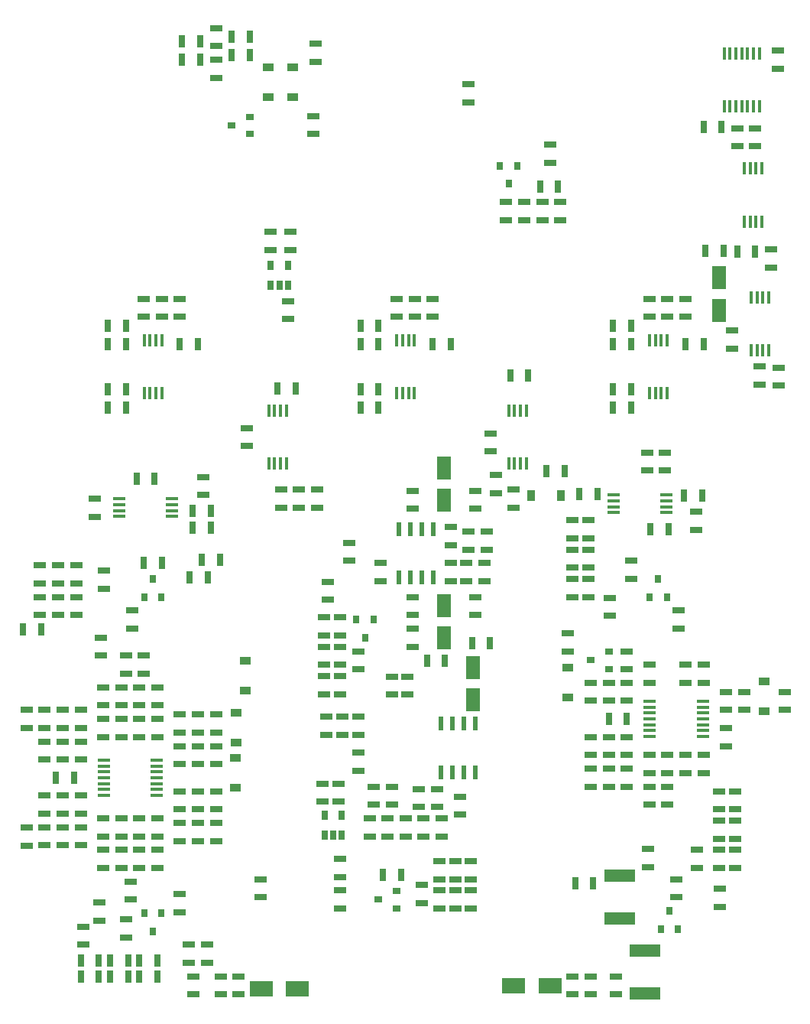
<source format=gbr>
G04 #@! TF.GenerationSoftware,KiCad,Pcbnew,(6.0.0-rc1-dev-1122-gbe0935b)*
G04 #@! TF.CreationDate,2018-11-02T12:34:23-07:00*
G04 #@! TF.ProjectId,50_matter2_comp,35305f6d-6174-4746-9572-325f636f6d70,rev?*
G04 #@! TF.SameCoordinates,Original*
G04 #@! TF.FileFunction,Paste,Bot*
G04 #@! TF.FilePolarity,Positive*
%FSLAX46Y46*%
G04 Gerber Fmt 4.6, Leading zero omitted, Abs format (unit mm)*
G04 Created by KiCad (PCBNEW (6.0.0-rc1-dev-1122-gbe0935b)) date Fri Nov  2 12:34:23 2018*
%MOMM*%
%LPD*%
G01*
G04 APERTURE LIST*
%ADD10R,0.600000X1.550000*%
%ADD11R,0.450000X1.450000*%
%ADD12R,1.400000X0.800000*%
%ADD13R,0.900000X0.800000*%
%ADD14R,0.800000X0.900000*%
%ADD15R,0.800000X1.400000*%
%ADD16R,0.650000X1.060000*%
%ADD17R,1.600000X2.600000*%
%ADD18R,2.500000X1.800000*%
%ADD19R,1.450000X0.450000*%
%ADD20R,3.500000X1.400000*%
%ADD21R,1.200000X0.900000*%
%ADD22R,0.900000X1.200000*%
G04 APERTURE END LIST*
D10*
G04 #@! TO.C,U9*
X153105000Y-107355000D03*
X151835000Y-107355000D03*
X150565000Y-107355000D03*
X149295000Y-107355000D03*
X149295000Y-101955000D03*
X150565000Y-101955000D03*
X151835000Y-101955000D03*
X153105000Y-101955000D03*
G04 #@! TD*
G04 #@! TO.C,U8*
X157755000Y-128900000D03*
X156485000Y-128900000D03*
X155215000Y-128900000D03*
X153945000Y-128900000D03*
X153945000Y-123500000D03*
X155215000Y-123500000D03*
X156485000Y-123500000D03*
X157755000Y-123500000D03*
G04 #@! TD*
D11*
G04 #@! TO.C,U5*
X122975000Y-86950000D03*
X122325000Y-86950000D03*
X121675000Y-86950000D03*
X121025000Y-86950000D03*
X121025000Y-81050000D03*
X121675000Y-81050000D03*
X122325000Y-81050000D03*
X122975000Y-81050000D03*
G04 #@! TD*
D12*
G04 #@! TO.C,C3*
X136950000Y-76750000D03*
X136950000Y-78750000D03*
G04 #@! TD*
G04 #@! TO.C,C4*
X135050000Y-71100000D03*
X135050000Y-69100000D03*
G04 #@! TD*
G04 #@! TO.C,C5*
X137200000Y-71100000D03*
X137200000Y-69100000D03*
G04 #@! TD*
G04 #@! TO.C,C6*
X142750000Y-138500000D03*
X142750000Y-140500000D03*
G04 #@! TD*
G04 #@! TO.C,C7*
X140750000Y-132150000D03*
X140750000Y-130150000D03*
G04 #@! TD*
G04 #@! TO.C,C8*
X142600000Y-132150000D03*
X142600000Y-130150000D03*
G04 #@! TD*
G04 #@! TO.C,C9*
X110000000Y-131500000D03*
X110000000Y-133500000D03*
G04 #@! TD*
G04 #@! TO.C,C10*
X116500000Y-134000000D03*
X116500000Y-136000000D03*
G04 #@! TD*
G04 #@! TO.C,C11*
X112000000Y-135000000D03*
X112000000Y-137000000D03*
G04 #@! TD*
G04 #@! TO.C,C12*
X118500000Y-136000000D03*
X118500000Y-134000000D03*
G04 #@! TD*
G04 #@! TO.C,C13*
X110000000Y-127500000D03*
X110000000Y-125500000D03*
G04 #@! TD*
G04 #@! TO.C,C14*
X116500000Y-125000000D03*
X116500000Y-123000000D03*
G04 #@! TD*
G04 #@! TO.C,C15*
X118500000Y-121500000D03*
X118500000Y-119500000D03*
G04 #@! TD*
G04 #@! TO.C,C16*
X118500000Y-123000000D03*
X118500000Y-125000000D03*
G04 #@! TD*
G04 #@! TO.C,C17*
X129000000Y-128000000D03*
X129000000Y-126000000D03*
G04 #@! TD*
G04 #@! TO.C,C20*
X119000000Y-116000000D03*
X119000000Y-118000000D03*
G04 #@! TD*
G04 #@! TO.C,C21*
X120500000Y-123000000D03*
X120500000Y-125000000D03*
G04 #@! TD*
G04 #@! TO.C,C27*
X177000000Y-127000000D03*
X177000000Y-129000000D03*
G04 #@! TD*
G04 #@! TO.C,C28*
X177000000Y-130500000D03*
X177000000Y-132500000D03*
G04 #@! TD*
G04 #@! TO.C,C29*
X179000000Y-129000000D03*
X179000000Y-127000000D03*
G04 #@! TD*
G04 #@! TO.C,C30*
X172500000Y-119000000D03*
X172500000Y-121000000D03*
G04 #@! TD*
G04 #@! TO.C,C31*
X187500000Y-122000000D03*
X187500000Y-120000000D03*
G04 #@! TD*
G04 #@! TO.C,C32*
X192000000Y-122000000D03*
X192000000Y-120000000D03*
G04 #@! TD*
D13*
G04 #@! TO.C,Q1*
X170500000Y-116500000D03*
X172500000Y-115550000D03*
X172500000Y-117450000D03*
G04 #@! TD*
D12*
G04 #@! TO.C,R3*
X131500000Y-151500000D03*
X131500000Y-153500000D03*
G04 #@! TD*
G04 #@! TO.C,R4*
X168500000Y-151500000D03*
X168500000Y-153500000D03*
G04 #@! TD*
G04 #@! TO.C,R5*
X168000000Y-113500000D03*
X168000000Y-115500000D03*
G04 #@! TD*
G04 #@! TO.C,R6*
X112000000Y-131500000D03*
X112000000Y-133500000D03*
G04 #@! TD*
G04 #@! TO.C,R7*
X114000000Y-133500000D03*
X114000000Y-131500000D03*
G04 #@! TD*
G04 #@! TO.C,R8*
X114000000Y-137000000D03*
X114000000Y-135000000D03*
G04 #@! TD*
G04 #@! TO.C,R9*
X116500000Y-139500000D03*
X116500000Y-137500000D03*
G04 #@! TD*
G04 #@! TO.C,R10*
X110000000Y-137000000D03*
X110000000Y-135000000D03*
G04 #@! TD*
G04 #@! TO.C,R11*
X118500000Y-139500000D03*
X118500000Y-137500000D03*
G04 #@! TD*
G04 #@! TO.C,R12*
X112000000Y-125500000D03*
X112000000Y-127500000D03*
G04 #@! TD*
G04 #@! TO.C,R13*
X114000000Y-125500000D03*
X114000000Y-127500000D03*
G04 #@! TD*
G04 #@! TO.C,R14*
X112000000Y-124000000D03*
X112000000Y-122000000D03*
G04 #@! TD*
G04 #@! TO.C,R15*
X114000000Y-124000000D03*
X114000000Y-122000000D03*
G04 #@! TD*
G04 #@! TO.C,R16*
X116500000Y-119500000D03*
X116500000Y-121500000D03*
G04 #@! TD*
G04 #@! TO.C,R17*
X110000000Y-124000000D03*
X110000000Y-122000000D03*
G04 #@! TD*
G04 #@! TO.C,R18*
X127000000Y-126000000D03*
X127000000Y-128000000D03*
G04 #@! TD*
G04 #@! TO.C,R19*
X127000000Y-124500000D03*
X127000000Y-122500000D03*
G04 #@! TD*
G04 #@! TO.C,R20*
X125000000Y-126000000D03*
X125000000Y-128000000D03*
G04 #@! TD*
G04 #@! TO.C,R21*
X120500000Y-121500000D03*
X120500000Y-119500000D03*
G04 #@! TD*
G04 #@! TO.C,R22*
X122500000Y-121500000D03*
X122500000Y-119500000D03*
G04 #@! TD*
G04 #@! TO.C,R23*
X125000000Y-124500000D03*
X125000000Y-122500000D03*
G04 #@! TD*
G04 #@! TO.C,R24*
X121000000Y-118000000D03*
X121000000Y-116000000D03*
G04 #@! TD*
G04 #@! TO.C,R25*
X127000000Y-133000000D03*
X127000000Y-131000000D03*
G04 #@! TD*
G04 #@! TO.C,R26*
X125000000Y-133000000D03*
X125000000Y-131000000D03*
G04 #@! TD*
G04 #@! TO.C,R27*
X129000000Y-136500000D03*
X129000000Y-134500000D03*
G04 #@! TD*
G04 #@! TO.C,R28*
X127000000Y-136500000D03*
X127000000Y-134500000D03*
G04 #@! TD*
G04 #@! TO.C,R29*
X120500000Y-139500000D03*
X120500000Y-137500000D03*
G04 #@! TD*
G04 #@! TO.C,R30*
X125000000Y-136500000D03*
X125000000Y-134500000D03*
G04 #@! TD*
G04 #@! TO.C,R31*
X172500000Y-127000000D03*
X172500000Y-125000000D03*
G04 #@! TD*
G04 #@! TO.C,R32*
X174500000Y-127000000D03*
X174500000Y-125000000D03*
G04 #@! TD*
G04 #@! TO.C,R33*
X172500000Y-128500000D03*
X172500000Y-130500000D03*
G04 #@! TD*
G04 #@! TO.C,R34*
X170500000Y-128500000D03*
X170500000Y-130500000D03*
G04 #@! TD*
G04 #@! TO.C,R35*
X179000000Y-132500000D03*
X179000000Y-130500000D03*
G04 #@! TD*
G04 #@! TO.C,R36*
X174500000Y-130500000D03*
X174500000Y-128500000D03*
G04 #@! TD*
G04 #@! TO.C,R37*
X170500000Y-119000000D03*
X170500000Y-121000000D03*
G04 #@! TD*
G04 #@! TO.C,R43*
X181000000Y-117000000D03*
X181000000Y-119000000D03*
G04 #@! TD*
G04 #@! TO.C,R44*
X185500000Y-126000000D03*
X185500000Y-124000000D03*
G04 #@! TD*
G04 #@! TO.C,R45*
X129500000Y-151500000D03*
X129500000Y-153500000D03*
G04 #@! TD*
G04 #@! TO.C,R52*
X125000000Y-76500000D03*
X125000000Y-78500000D03*
G04 #@! TD*
D14*
G04 #@! TO.C,Q4*
X122000000Y-146500000D03*
X121050000Y-144500000D03*
X122950000Y-144500000D03*
G04 #@! TD*
G04 #@! TO.C,Q5*
X122000000Y-107500000D03*
X122950000Y-109500000D03*
X121050000Y-109500000D03*
G04 #@! TD*
D15*
G04 #@! TO.C,R64*
X116000000Y-149750000D03*
X114000000Y-149750000D03*
G04 #@! TD*
G04 #@! TO.C,R65*
X119250000Y-149750000D03*
X117250000Y-149750000D03*
G04 #@! TD*
G04 #@! TO.C,R66*
X122500000Y-149750000D03*
X120500000Y-149750000D03*
G04 #@! TD*
G04 #@! TO.C,R67*
X120500000Y-151500000D03*
X122500000Y-151500000D03*
G04 #@! TD*
G04 #@! TO.C,R68*
X117250000Y-151500000D03*
X119250000Y-151500000D03*
G04 #@! TD*
G04 #@! TO.C,R69*
X114000000Y-151500000D03*
X116000000Y-151500000D03*
G04 #@! TD*
D12*
G04 #@! TO.C,R71*
X119500000Y-141000000D03*
X119500000Y-143000000D03*
G04 #@! TD*
G04 #@! TO.C,R72*
X109500000Y-108000000D03*
X109500000Y-106000000D03*
G04 #@! TD*
G04 #@! TO.C,R73*
X111500000Y-106000000D03*
X111500000Y-108000000D03*
G04 #@! TD*
G04 #@! TO.C,R74*
X113500000Y-108000000D03*
X113500000Y-106000000D03*
G04 #@! TD*
G04 #@! TO.C,R75*
X113500000Y-111500000D03*
X113500000Y-109500000D03*
G04 #@! TD*
G04 #@! TO.C,R76*
X111500000Y-109500000D03*
X111500000Y-111500000D03*
G04 #@! TD*
D15*
G04 #@! TO.C,R78*
X121000000Y-105750000D03*
X123000000Y-105750000D03*
G04 #@! TD*
D12*
G04 #@! TO.C,R79*
X119750000Y-113000000D03*
X119750000Y-111000000D03*
G04 #@! TD*
D15*
G04 #@! TO.C,R80*
X119000000Y-88500000D03*
X117000000Y-88500000D03*
G04 #@! TD*
G04 #@! TO.C,R82*
X119000000Y-79500000D03*
X117000000Y-79500000D03*
G04 #@! TD*
D12*
G04 #@! TO.C,R83*
X121000000Y-78500000D03*
X121000000Y-76500000D03*
G04 #@! TD*
G04 #@! TO.C,R91*
X153000000Y-76500000D03*
X153000000Y-78500000D03*
G04 #@! TD*
G04 #@! TO.C,R103*
X157250000Y-140750000D03*
X157250000Y-138750000D03*
G04 #@! TD*
G04 #@! TO.C,R105*
X153750000Y-140750000D03*
X153750000Y-138750000D03*
G04 #@! TD*
G04 #@! TO.C,R106*
X153750000Y-144000000D03*
X153750000Y-142000000D03*
G04 #@! TD*
G04 #@! TO.C,R108*
X157250000Y-144000000D03*
X157250000Y-142000000D03*
G04 #@! TD*
G04 #@! TO.C,R109*
X142750000Y-144000000D03*
X142750000Y-142000000D03*
G04 #@! TD*
D15*
G04 #@! TO.C,R110*
X149500000Y-140250000D03*
X147500000Y-140250000D03*
G04 #@! TD*
D12*
G04 #@! TO.C,R111*
X141000000Y-118250000D03*
X141000000Y-120250000D03*
G04 #@! TD*
G04 #@! TO.C,R112*
X141000000Y-115000000D03*
X141000000Y-117000000D03*
G04 #@! TD*
G04 #@! TO.C,R38*
X174500000Y-121000000D03*
X174500000Y-119000000D03*
G04 #@! TD*
G04 #@! TO.C,R39*
X174500000Y-117500000D03*
X174500000Y-115500000D03*
G04 #@! TD*
G04 #@! TO.C,C33*
X183000000Y-129000000D03*
X183000000Y-127000000D03*
G04 #@! TD*
G04 #@! TO.C,C34*
X181000000Y-129000000D03*
X181000000Y-127000000D03*
G04 #@! TD*
G04 #@! TO.C,C35*
X126500000Y-151500000D03*
X126500000Y-153500000D03*
G04 #@! TD*
D15*
G04 #@! TO.C,C36*
X125000000Y-81500000D03*
X127000000Y-81500000D03*
G04 #@! TD*
G04 #@! TO.C,C37*
X119000000Y-86500000D03*
X117000000Y-86500000D03*
G04 #@! TD*
G04 #@! TO.C,C38*
X119000000Y-81500000D03*
X117000000Y-81500000D03*
G04 #@! TD*
G04 #@! TO.C,C39*
X153000000Y-81500000D03*
X155000000Y-81500000D03*
G04 #@! TD*
G04 #@! TO.C,C40*
X147000000Y-86500000D03*
X145000000Y-86500000D03*
G04 #@! TD*
G04 #@! TO.C,C41*
X147000000Y-81500000D03*
X145000000Y-81500000D03*
G04 #@! TD*
G04 #@! TO.C,C42*
X181000000Y-81500000D03*
X183000000Y-81500000D03*
G04 #@! TD*
G04 #@! TO.C,C43*
X175000000Y-86500000D03*
X173000000Y-86500000D03*
G04 #@! TD*
G04 #@! TO.C,C44*
X175000000Y-81500000D03*
X173000000Y-81500000D03*
G04 #@! TD*
D12*
G04 #@! TO.C,C45*
X148500000Y-130500000D03*
X148500000Y-132500000D03*
G04 #@! TD*
G04 #@! TO.C,C46*
X146500000Y-130500000D03*
X146500000Y-132500000D03*
G04 #@! TD*
G04 #@! TO.C,R114*
X142750000Y-113750000D03*
X142750000Y-111750000D03*
G04 #@! TD*
G04 #@! TO.C,R115*
X142750000Y-117000000D03*
X142750000Y-115000000D03*
G04 #@! TD*
G04 #@! TO.C,R117*
X143750000Y-105500000D03*
X143750000Y-103500000D03*
G04 #@! TD*
G04 #@! TO.C,R118*
X144750000Y-115500000D03*
X144750000Y-117500000D03*
G04 #@! TD*
D15*
G04 #@! TO.C,R119*
X147000000Y-88500000D03*
X145000000Y-88500000D03*
G04 #@! TD*
G04 #@! TO.C,R121*
X147000000Y-79500000D03*
X145000000Y-79500000D03*
G04 #@! TD*
D12*
G04 #@! TO.C,C22*
X129000000Y-133000000D03*
X129000000Y-131000000D03*
G04 #@! TD*
G04 #@! TO.C,C23*
X120500000Y-134000000D03*
X120500000Y-136000000D03*
G04 #@! TD*
G04 #@! TO.C,C24*
X122500000Y-139500000D03*
X122500000Y-137500000D03*
G04 #@! TD*
G04 #@! TO.C,C25*
X122500000Y-136000000D03*
X122500000Y-134000000D03*
G04 #@! TD*
G04 #@! TO.C,C26*
X170500000Y-125000000D03*
X170500000Y-127000000D03*
G04 #@! TD*
G04 #@! TO.C,R40*
X177000000Y-119000000D03*
X177000000Y-117000000D03*
G04 #@! TD*
G04 #@! TO.C,R41*
X185500000Y-122000000D03*
X185500000Y-120000000D03*
G04 #@! TD*
G04 #@! TO.C,R42*
X183000000Y-119000000D03*
X183000000Y-117000000D03*
G04 #@! TD*
G04 #@! TO.C,R77*
X109500000Y-111500000D03*
X109500000Y-109500000D03*
G04 #@! TD*
G04 #@! TO.C,R104*
X155500000Y-138750000D03*
X155500000Y-140750000D03*
G04 #@! TD*
G04 #@! TO.C,R113*
X141000000Y-111750000D03*
X141000000Y-113750000D03*
G04 #@! TD*
D16*
G04 #@! TO.C,U2*
X142950000Y-135850000D03*
X142000000Y-135850000D03*
X141050000Y-135850000D03*
X141050000Y-133650000D03*
X142950000Y-133650000D03*
G04 #@! TD*
D12*
G04 #@! TO.C,C47*
X144750000Y-128750000D03*
X144750000Y-126750000D03*
G04 #@! TD*
G04 #@! TO.C,C48*
X151500000Y-132750000D03*
X151500000Y-130750000D03*
G04 #@! TD*
D17*
G04 #@! TO.C,C49*
X157500000Y-120900000D03*
X157500000Y-117300000D03*
G04 #@! TD*
D12*
G04 #@! TO.C,C50*
X144750000Y-122750000D03*
X144750000Y-124750000D03*
G04 #@! TD*
D17*
G04 #@! TO.C,C51*
X154250000Y-114050000D03*
X154250000Y-110450000D03*
G04 #@! TD*
D12*
G04 #@! TO.C,C52*
X155000000Y-103750000D03*
X155000000Y-101750000D03*
G04 #@! TD*
G04 #@! TO.C,C53*
X147250000Y-105750000D03*
X147250000Y-107750000D03*
G04 #@! TD*
D17*
G04 #@! TO.C,C54*
X154250000Y-98800000D03*
X154250000Y-95200000D03*
G04 #@! TD*
D12*
G04 #@! TO.C,C55*
X126000000Y-148000000D03*
X126000000Y-150000000D03*
G04 #@! TD*
G04 #@! TO.C,C56*
X173300000Y-151500000D03*
X173300000Y-153500000D03*
G04 #@! TD*
D13*
G04 #@! TO.C,Q8*
X147000000Y-143000000D03*
X149000000Y-142050000D03*
X149000000Y-143950000D03*
G04 #@! TD*
D14*
G04 #@! TO.C,Q9*
X145500000Y-114000000D03*
X144550000Y-112000000D03*
X146450000Y-112000000D03*
G04 #@! TD*
G04 #@! TO.C,Q12*
X179250000Y-144250000D03*
X180200000Y-146250000D03*
X178300000Y-146250000D03*
G04 #@! TD*
G04 #@! TO.C,Q13*
X178000000Y-107500000D03*
X178950000Y-109500000D03*
X177050000Y-109500000D03*
G04 #@! TD*
D12*
G04 #@! TO.C,R122*
X149000000Y-78500000D03*
X149000000Y-76500000D03*
G04 #@! TD*
G04 #@! TO.C,R123*
X151000000Y-78500000D03*
X151000000Y-76500000D03*
G04 #@! TD*
G04 #@! TO.C,R130*
X181000000Y-76500000D03*
X181000000Y-78500000D03*
G04 #@! TD*
G04 #@! TO.C,R139*
X176750000Y-95500000D03*
X176750000Y-93500000D03*
G04 #@! TD*
G04 #@! TO.C,R142*
X184750000Y-133000000D03*
X184750000Y-131000000D03*
G04 #@! TD*
G04 #@! TO.C,R143*
X184750000Y-136250000D03*
X184750000Y-134250000D03*
G04 #@! TD*
G04 #@! TO.C,R144*
X184750000Y-139500000D03*
X184750000Y-137500000D03*
G04 #@! TD*
G04 #@! TO.C,R145*
X186500000Y-137500000D03*
X186500000Y-139500000D03*
G04 #@! TD*
G04 #@! TO.C,R146*
X186500000Y-134250000D03*
X186500000Y-136250000D03*
G04 #@! TD*
G04 #@! TO.C,R147*
X186500000Y-131000000D03*
X186500000Y-133000000D03*
G04 #@! TD*
G04 #@! TO.C,R148*
X182250000Y-139500000D03*
X182250000Y-137500000D03*
G04 #@! TD*
G04 #@! TO.C,R149*
X180000000Y-140750000D03*
X180000000Y-142750000D03*
G04 #@! TD*
G04 #@! TO.C,R150*
X170250000Y-103000000D03*
X170250000Y-101000000D03*
G04 #@! TD*
G04 #@! TO.C,R151*
X170250000Y-106250000D03*
X170250000Y-104250000D03*
G04 #@! TD*
G04 #@! TO.C,R152*
X170250000Y-109500000D03*
X170250000Y-107500000D03*
G04 #@! TD*
G04 #@! TO.C,R153*
X168500000Y-107500000D03*
X168500000Y-109500000D03*
G04 #@! TD*
G04 #@! TO.C,R154*
X168500000Y-104250000D03*
X168500000Y-106250000D03*
G04 #@! TD*
G04 #@! TO.C,R155*
X168500000Y-101000000D03*
X168500000Y-103000000D03*
G04 #@! TD*
G04 #@! TO.C,R156*
X175000000Y-107500000D03*
X175000000Y-105500000D03*
G04 #@! TD*
G04 #@! TO.C,R157*
X180250000Y-111000000D03*
X180250000Y-113000000D03*
G04 #@! TD*
D15*
G04 #@! TO.C,R158*
X175000000Y-88500000D03*
X173000000Y-88500000D03*
G04 #@! TD*
D12*
G04 #@! TO.C,R159*
X178750000Y-93500000D03*
X178750000Y-95500000D03*
G04 #@! TD*
D15*
G04 #@! TO.C,R160*
X175000000Y-79500000D03*
X173000000Y-79500000D03*
G04 #@! TD*
D12*
G04 #@! TO.C,R161*
X177000000Y-78500000D03*
X177000000Y-76500000D03*
G04 #@! TD*
G04 #@! TO.C,R162*
X179000000Y-76500000D03*
X179000000Y-78500000D03*
G04 #@! TD*
G04 #@! TO.C,R163*
X158750000Y-107750000D03*
X158750000Y-105750000D03*
G04 #@! TD*
G04 #@! TO.C,R164*
X108000000Y-122000000D03*
X108000000Y-124000000D03*
G04 #@! TD*
G04 #@! TO.C,R165*
X146000000Y-136000000D03*
X146000000Y-134000000D03*
G04 #@! TD*
G04 #@! TO.C,R166*
X148000000Y-136000000D03*
X148000000Y-134000000D03*
G04 #@! TD*
G04 #@! TO.C,R167*
X150000000Y-136000000D03*
X150000000Y-134000000D03*
G04 #@! TD*
G04 #@! TO.C,R168*
X152000000Y-136000000D03*
X152000000Y-134000000D03*
G04 #@! TD*
G04 #@! TO.C,R169*
X154000000Y-136000000D03*
X154000000Y-134000000D03*
G04 #@! TD*
G04 #@! TO.C,R170*
X153500000Y-132750000D03*
X153500000Y-130750000D03*
G04 #@! TD*
G04 #@! TO.C,R171*
X156050000Y-133600000D03*
X156050000Y-131600000D03*
G04 #@! TD*
D15*
G04 #@! TO.C,R172*
X154350000Y-116600000D03*
X152350000Y-116600000D03*
G04 #@! TD*
D12*
G04 #@! TO.C,R173*
X141250000Y-124750000D03*
X141250000Y-122750000D03*
G04 #@! TD*
G04 #@! TO.C,R174*
X143000000Y-122750000D03*
X143000000Y-124750000D03*
G04 #@! TD*
D15*
G04 #@! TO.C,R175*
X157350000Y-114650000D03*
X159350000Y-114650000D03*
G04 #@! TD*
D12*
G04 #@! TO.C,R176*
X150200000Y-120300000D03*
X150200000Y-118300000D03*
G04 #@! TD*
G04 #@! TO.C,R177*
X148500000Y-118300000D03*
X148500000Y-120300000D03*
G04 #@! TD*
G04 #@! TO.C,R178*
X150750000Y-115000000D03*
X150750000Y-113000000D03*
G04 #@! TD*
G04 #@! TO.C,R179*
X150750000Y-111500000D03*
X150750000Y-109500000D03*
G04 #@! TD*
G04 #@! TO.C,R180*
X157750000Y-111500000D03*
X157750000Y-109500000D03*
G04 #@! TD*
G04 #@! TO.C,R181*
X155000000Y-107750000D03*
X155000000Y-105750000D03*
G04 #@! TD*
G04 #@! TO.C,R182*
X156750000Y-105750000D03*
X156750000Y-107750000D03*
G04 #@! TD*
G04 #@! TO.C,R183*
X157000000Y-102250000D03*
X157000000Y-104250000D03*
G04 #@! TD*
G04 #@! TO.C,R184*
X159000000Y-104250000D03*
X159000000Y-102250000D03*
G04 #@! TD*
G04 #@! TO.C,R185*
X150750000Y-97750000D03*
X150750000Y-99750000D03*
G04 #@! TD*
G04 #@! TO.C,R186*
X157750000Y-99750000D03*
X157750000Y-97750000D03*
G04 #@! TD*
G04 #@! TO.C,R187*
X128000000Y-150000000D03*
X128000000Y-148000000D03*
G04 #@! TD*
G04 #@! TO.C,R188*
X170500000Y-151500000D03*
X170500000Y-153500000D03*
G04 #@! TD*
G04 #@! TO.C,R195*
X157000000Y-54750000D03*
X157000000Y-52750000D03*
G04 #@! TD*
G04 #@! TO.C,C18*
X129000000Y-122500000D03*
X129000000Y-124500000D03*
G04 #@! TD*
G04 #@! TO.C,C19*
X122500000Y-125000000D03*
X122500000Y-123000000D03*
G04 #@! TD*
D18*
G04 #@! TO.C,D1*
X134000000Y-152900000D03*
X138000000Y-152900000D03*
G04 #@! TD*
G04 #@! TO.C,D2*
X162000000Y-152500000D03*
X166000000Y-152500000D03*
G04 #@! TD*
D12*
G04 #@! TO.C,R70*
X114250000Y-148000000D03*
X114250000Y-146000000D03*
G04 #@! TD*
G04 #@! TO.C,R84*
X123000000Y-78500000D03*
X123000000Y-76500000D03*
G04 #@! TD*
G04 #@! TO.C,R107*
X155500000Y-142000000D03*
X155500000Y-144000000D03*
G04 #@! TD*
G04 #@! TO.C,R116*
X142750000Y-120250000D03*
X142750000Y-118250000D03*
G04 #@! TD*
D16*
G04 #@! TO.C,U1*
X136975000Y-75025000D03*
X136025000Y-75025000D03*
X135075000Y-75025000D03*
X135075000Y-72825000D03*
X136975000Y-72825000D03*
G04 #@! TD*
D11*
G04 #@! TO.C,U6*
X150975000Y-86950000D03*
X150325000Y-86950000D03*
X149675000Y-86950000D03*
X149025000Y-86950000D03*
X149025000Y-81050000D03*
X149675000Y-81050000D03*
X150325000Y-81050000D03*
X150975000Y-81050000D03*
G04 #@! TD*
G04 #@! TO.C,U7*
X178975000Y-86950000D03*
X178325000Y-86950000D03*
X177675000Y-86950000D03*
X177025000Y-86950000D03*
X177025000Y-81050000D03*
X177675000Y-81050000D03*
X178325000Y-81050000D03*
X178975000Y-81050000D03*
G04 #@! TD*
D19*
G04 #@! TO.C,U3*
X116550000Y-131450000D03*
X116550000Y-130800000D03*
X116550000Y-130150000D03*
X116550000Y-129500000D03*
X116550000Y-128850000D03*
X116550000Y-128200000D03*
X116550000Y-127550000D03*
X122450000Y-127550000D03*
X122450000Y-128200000D03*
X122450000Y-128850000D03*
X122450000Y-129500000D03*
X122450000Y-130150000D03*
X122450000Y-130800000D03*
X122450000Y-131450000D03*
G04 #@! TD*
G04 #@! TO.C,U4*
X177050000Y-124950000D03*
X177050000Y-124300000D03*
X177050000Y-123650000D03*
X177050000Y-123000000D03*
X177050000Y-122350000D03*
X177050000Y-121700000D03*
X177050000Y-121050000D03*
X182950000Y-121050000D03*
X182950000Y-121700000D03*
X182950000Y-122350000D03*
X182950000Y-123000000D03*
X182950000Y-123650000D03*
X182950000Y-124300000D03*
X182950000Y-124950000D03*
G04 #@! TD*
D15*
G04 #@! TO.C,C57*
X113250000Y-129500000D03*
X111250000Y-129500000D03*
G04 #@! TD*
G04 #@! TO.C,C58*
X174500000Y-123000000D03*
X172500000Y-123000000D03*
G04 #@! TD*
G04 #@! TO.C,C59*
X185000000Y-57500000D03*
X183000000Y-57500000D03*
G04 #@! TD*
D12*
G04 #@! TO.C,C60*
X191250000Y-49000000D03*
X191250000Y-51000000D03*
G04 #@! TD*
D20*
G04 #@! TO.C,F1*
X173750000Y-145125000D03*
X173750000Y-140375000D03*
G04 #@! TD*
G04 #@! TO.C,F2*
X176500000Y-153375000D03*
X176500000Y-148625000D03*
G04 #@! TD*
D15*
G04 #@! TO.C,R207*
X188750000Y-71250000D03*
X186750000Y-71250000D03*
G04 #@! TD*
D11*
G04 #@! TO.C,U10*
X185300000Y-49300000D03*
X185950000Y-49300000D03*
X186600000Y-49300000D03*
X187250000Y-49300000D03*
X187900000Y-49300000D03*
X188550000Y-49300000D03*
X189200000Y-49300000D03*
X189200000Y-55200000D03*
X188550000Y-55200000D03*
X187900000Y-55200000D03*
X187250000Y-55200000D03*
X186600000Y-55200000D03*
X185950000Y-55200000D03*
X185300000Y-55200000D03*
G04 #@! TD*
G04 #@! TO.C,U11*
X189475000Y-67950000D03*
X188825000Y-67950000D03*
X188175000Y-67950000D03*
X187525000Y-67950000D03*
X187525000Y-62050000D03*
X188175000Y-62050000D03*
X188825000Y-62050000D03*
X189475000Y-62050000D03*
G04 #@! TD*
D15*
G04 #@! TO.C,C64*
X179125000Y-102000000D03*
X177125000Y-102000000D03*
G04 #@! TD*
G04 #@! TO.C,C65*
X171275000Y-98100000D03*
X169275000Y-98100000D03*
G04 #@! TD*
D13*
G04 #@! TO.C,Q18*
X130750000Y-57300000D03*
X132750000Y-56350000D03*
X132750000Y-58250000D03*
G04 #@! TD*
D14*
G04 #@! TO.C,Q19*
X161425000Y-63750000D03*
X160475000Y-61750000D03*
X162375000Y-61750000D03*
G04 #@! TD*
D15*
G04 #@! TO.C,R208*
X127250000Y-50000000D03*
X125250000Y-50000000D03*
G04 #@! TD*
D12*
G04 #@! TO.C,R209*
X129000000Y-50000000D03*
X129000000Y-52000000D03*
G04 #@! TD*
D15*
G04 #@! TO.C,R210*
X132750000Y-49500000D03*
X130750000Y-49500000D03*
G04 #@! TD*
G04 #@! TO.C,R211*
X130750000Y-47500000D03*
X132750000Y-47500000D03*
G04 #@! TD*
D12*
G04 #@! TO.C,R212*
X129000000Y-46500000D03*
X129000000Y-48500000D03*
G04 #@! TD*
D15*
G04 #@! TO.C,R213*
X125250000Y-48000000D03*
X127250000Y-48000000D03*
G04 #@! TD*
D12*
G04 #@! TO.C,R214*
X140000000Y-50250000D03*
X140000000Y-48250000D03*
G04 #@! TD*
G04 #@! TO.C,R215*
X139750000Y-58250000D03*
X139750000Y-56250000D03*
G04 #@! TD*
D15*
G04 #@! TO.C,R223*
X180850000Y-98257456D03*
X182850000Y-98257456D03*
G04 #@! TD*
D12*
G04 #@! TO.C,R226*
X166050000Y-61450000D03*
X166050000Y-59450000D03*
G04 #@! TD*
D19*
G04 #@! TO.C,U13*
X173025000Y-100150000D03*
X173025000Y-99500000D03*
X173025000Y-98850000D03*
X173025000Y-98200000D03*
X178925000Y-98200000D03*
X178925000Y-98850000D03*
X178925000Y-99500000D03*
X178925000Y-100150000D03*
G04 #@! TD*
D12*
G04 #@! TO.C,C66*
X165150000Y-65800000D03*
X165150000Y-67800000D03*
G04 #@! TD*
G04 #@! TO.C,R224*
X163150000Y-65800000D03*
X163150000Y-67800000D03*
G04 #@! TD*
G04 #@! TO.C,R225*
X167125000Y-67800000D03*
X167125000Y-65800000D03*
G04 #@! TD*
G04 #@! TO.C,R227*
X161125000Y-65775000D03*
X161125000Y-67775000D03*
G04 #@! TD*
G04 #@! TO.C,R228*
X186800000Y-59600000D03*
X186800000Y-57600000D03*
G04 #@! TD*
G04 #@! TO.C,R229*
X188750000Y-57600000D03*
X188750000Y-59600000D03*
G04 #@! TD*
D15*
G04 #@! TO.C,C62*
X183200000Y-71200000D03*
X185200000Y-71200000D03*
G04 #@! TD*
D12*
G04 #@! TO.C,C63*
X186200000Y-82000000D03*
X186200000Y-80000000D03*
G04 #@! TD*
D15*
G04 #@! TO.C,R1*
X126400000Y-100000000D03*
X128400000Y-100000000D03*
G04 #@! TD*
G04 #@! TO.C,R2*
X128400000Y-101800000D03*
X126400000Y-101800000D03*
G04 #@! TD*
D12*
G04 #@! TO.C,R216*
X127600000Y-96200000D03*
X127600000Y-98200000D03*
G04 #@! TD*
D15*
G04 #@! TO.C,R217*
X122200000Y-96400000D03*
X120200000Y-96400000D03*
G04 #@! TD*
D12*
G04 #@! TO.C,R218*
X115600000Y-98600000D03*
X115600000Y-100600000D03*
G04 #@! TD*
G04 #@! TO.C,R219*
X140200000Y-99600000D03*
X140200000Y-97600000D03*
G04 #@! TD*
G04 #@! TO.C,R220*
X136200000Y-99600000D03*
X136200000Y-97600000D03*
G04 #@! TD*
G04 #@! TO.C,R221*
X138200000Y-97600000D03*
X138200000Y-99600000D03*
G04 #@! TD*
G04 #@! TO.C,R222*
X132400000Y-92800000D03*
X132400000Y-90800000D03*
G04 #@! TD*
D15*
G04 #@! TO.C,R231*
X137800000Y-86400000D03*
X135800000Y-86400000D03*
G04 #@! TD*
G04 #@! TO.C,R232*
X167600000Y-95600000D03*
X165600000Y-95600000D03*
G04 #@! TD*
D12*
G04 #@! TO.C,R233*
X162000000Y-97600000D03*
X162000000Y-99600000D03*
G04 #@! TD*
G04 #@! TO.C,R234*
X160000000Y-98000000D03*
X160000000Y-96000000D03*
G04 #@! TD*
G04 #@! TO.C,R235*
X159400000Y-91400000D03*
X159400000Y-93400000D03*
G04 #@! TD*
D15*
G04 #@! TO.C,R236*
X161600000Y-85000000D03*
X163600000Y-85000000D03*
G04 #@! TD*
D12*
G04 #@! TO.C,R237*
X189250000Y-86000000D03*
X189250000Y-84000000D03*
G04 #@! TD*
G04 #@! TO.C,R238*
X190500000Y-71000000D03*
X190500000Y-73000000D03*
G04 #@! TD*
D19*
G04 #@! TO.C,U12*
X124150000Y-98625000D03*
X124150000Y-99275000D03*
X124150000Y-99925000D03*
X124150000Y-100575000D03*
X118250000Y-100575000D03*
X118250000Y-99925000D03*
X118250000Y-99275000D03*
X118250000Y-98625000D03*
G04 #@! TD*
D11*
G04 #@! TO.C,U14*
X136775000Y-88850000D03*
X136125000Y-88850000D03*
X135475000Y-88850000D03*
X134825000Y-88850000D03*
X134825000Y-94750000D03*
X135475000Y-94750000D03*
X136125000Y-94750000D03*
X136775000Y-94750000D03*
G04 #@! TD*
G04 #@! TO.C,U15*
X163375000Y-88850000D03*
X162725000Y-88850000D03*
X162075000Y-88850000D03*
X161425000Y-88850000D03*
X161425000Y-94750000D03*
X162075000Y-94750000D03*
X162725000Y-94750000D03*
X163375000Y-94750000D03*
G04 #@! TD*
G04 #@! TO.C,U16*
X190225000Y-82200000D03*
X189575000Y-82200000D03*
X188925000Y-82200000D03*
X188275000Y-82200000D03*
X188275000Y-76300000D03*
X188925000Y-76300000D03*
X189575000Y-76300000D03*
X190225000Y-76300000D03*
G04 #@! TD*
D17*
G04 #@! TO.C,C61*
X184750000Y-74150000D03*
X184750000Y-77750000D03*
G04 #@! TD*
D15*
G04 #@! TO.C,R189*
X166900000Y-64100000D03*
X164900000Y-64100000D03*
G04 #@! TD*
D12*
G04 #@! TO.C,R190*
X151800000Y-141400000D03*
X151800000Y-143400000D03*
G04 #@! TD*
G04 #@! TO.C,R191*
X141400000Y-109800000D03*
X141400000Y-107800000D03*
G04 #@! TD*
G04 #@! TO.C,R192*
X119000000Y-145200000D03*
X119000000Y-147200000D03*
G04 #@! TD*
G04 #@! TO.C,R193*
X184800000Y-143800000D03*
X184800000Y-141800000D03*
G04 #@! TD*
G04 #@! TO.C,R194*
X116600000Y-108600000D03*
X116600000Y-106600000D03*
G04 #@! TD*
G04 #@! TO.C,R230*
X172600000Y-109600000D03*
X172600000Y-111600000D03*
G04 #@! TD*
G04 #@! TO.C,R239*
X108050000Y-137050000D03*
X108050000Y-135050000D03*
G04 #@! TD*
G04 #@! TO.C,R240*
X116100000Y-143350000D03*
X116100000Y-145350000D03*
G04 #@! TD*
G04 #@! TO.C,R245*
X125000000Y-142400000D03*
X125000000Y-144400000D03*
G04 #@! TD*
G04 #@! TO.C,R246*
X133950000Y-140750000D03*
X133950000Y-142750000D03*
G04 #@! TD*
D15*
G04 #@! TO.C,R247*
X170800000Y-141200000D03*
X168800000Y-141200000D03*
G04 #@! TD*
D12*
G04 #@! TO.C,R248*
X176850000Y-139400000D03*
X176850000Y-137400000D03*
G04 #@! TD*
D21*
G04 #@! TO.C,D3*
X131150000Y-127350000D03*
X131150000Y-130650000D03*
G04 #@! TD*
G04 #@! TO.C,D4*
X131200000Y-125650000D03*
X131200000Y-122350000D03*
G04 #@! TD*
G04 #@! TO.C,D5*
X132200000Y-119900000D03*
X132200000Y-116600000D03*
G04 #@! TD*
G04 #@! TO.C,D6*
X168000000Y-117350000D03*
X168000000Y-120650000D03*
G04 #@! TD*
G04 #@! TO.C,D7*
X189750000Y-122150000D03*
X189750000Y-118850000D03*
G04 #@! TD*
G04 #@! TO.C,D56*
X137500000Y-50850000D03*
X137500000Y-54150000D03*
G04 #@! TD*
G04 #@! TO.C,D57*
X134750000Y-54150000D03*
X134750000Y-50850000D03*
G04 #@! TD*
D22*
G04 #@! TO.C,D59*
X167200000Y-98275000D03*
X163900000Y-98275000D03*
G04 #@! TD*
D12*
G04 #@! TO.C,R249*
X191300000Y-86100000D03*
X191300000Y-84100000D03*
G04 #@! TD*
G04 #@! TO.C,R250*
X182200000Y-100050000D03*
X182200000Y-102050000D03*
G04 #@! TD*
G04 #@! TO.C,R241*
X116200000Y-116000000D03*
X116200000Y-114000000D03*
G04 #@! TD*
D15*
G04 #@! TO.C,R242*
X107600000Y-113050000D03*
X109600000Y-113050000D03*
G04 #@! TD*
G04 #@! TO.C,R243*
X127450000Y-105350000D03*
X129450000Y-105350000D03*
G04 #@! TD*
G04 #@! TO.C,R244*
X128100000Y-107350000D03*
X126100000Y-107350000D03*
G04 #@! TD*
M02*

</source>
